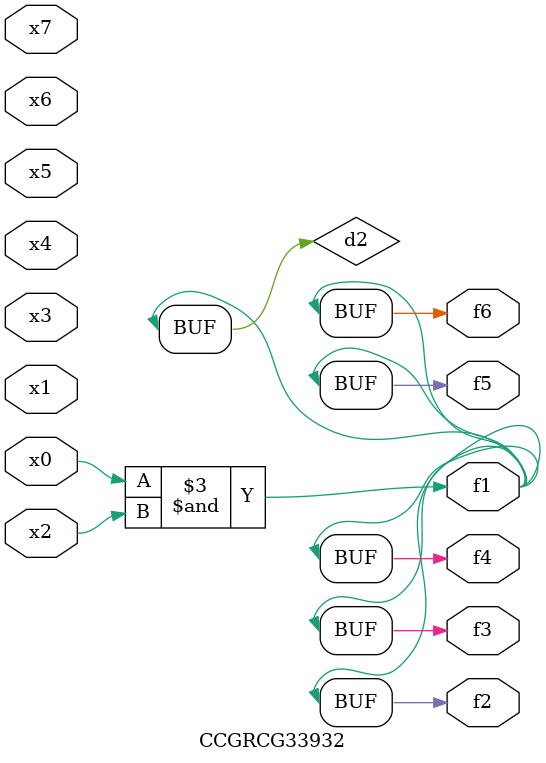
<source format=v>
module CCGRCG33932(
	input x0, x1, x2, x3, x4, x5, x6, x7,
	output f1, f2, f3, f4, f5, f6
);

	wire d1, d2;

	nor (d1, x3, x6);
	and (d2, x0, x2);
	assign f1 = d2;
	assign f2 = d2;
	assign f3 = d2;
	assign f4 = d2;
	assign f5 = d2;
	assign f6 = d2;
endmodule

</source>
